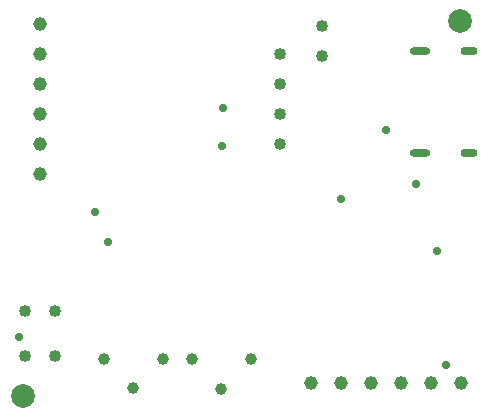
<source format=gbr>
%TF.GenerationSoftware,Altium Limited,Altium Designer,24.1.2 (44)*%
G04 Layer_Color=0*
%FSLAX45Y45*%
%MOMM*%
%TF.SameCoordinates,71BD61B0-E2BA-4D25-99D5-A55853EB5C97*%
%TF.FilePolarity,Positive*%
%TF.FileFunction,Plated,1,2,PTH,Drill*%
%TF.Part,Single*%
G01*
G75*
%TA.AperFunction,OtherDrill,Pad Free-2 (33.655mm,32.639mm)*%
%ADD74C,2.00000*%
%TA.AperFunction,OtherDrill,Pad Free-1 (70.612mm,64.389mm)*%
%ADD75C,2.00000*%
%TA.AperFunction,ComponentDrill*%
%ADD76C,1.00000*%
%ADD77C,1.02000*%
%ADD78C,1.02000*%
%ADD79C,1.15000*%
%ADD80C,1.15000*%
%ADD81O,1.45000X0.65000*%
%ADD82O,1.75000X0.65000*%
%TA.AperFunction,ViaDrill,NotFilled*%
%ADD83C,0.71120*%
D74*
X3365500Y3263900D02*
D03*
D75*
X7061200Y6438900D02*
D03*
D76*
X5291897Y3577402D02*
D03*
X5041900Y3327400D02*
D03*
X4791898Y3577402D02*
D03*
X4546600Y3581400D02*
D03*
X4296598Y3331398D02*
D03*
X4046596Y3581400D02*
D03*
D77*
X3378200Y3987800D02*
D03*
X3632200D02*
D03*
Y3606800D02*
D03*
X3378200D02*
D03*
X5537200Y5397500D02*
D03*
Y5651500D02*
D03*
Y5905500D02*
D03*
Y6159500D02*
D03*
D78*
X5896341Y6146800D02*
D03*
Y6400800D02*
D03*
D79*
X3505200Y6413500D02*
D03*
Y6159500D02*
D03*
Y5905500D02*
D03*
Y5651500D02*
D03*
Y5397500D02*
D03*
Y5143500D02*
D03*
D80*
X7073900Y3378200D02*
D03*
X6819900D02*
D03*
X6565900D02*
D03*
X6311900D02*
D03*
X6057900D02*
D03*
X5803900D02*
D03*
D81*
X7137400Y5321102D02*
D03*
Y6185098D02*
D03*
D82*
X6719402Y5321102D02*
D03*
Y6185098D02*
D03*
D83*
X6870700Y4495800D02*
D03*
X3327400Y3769360D02*
D03*
X5046980Y5384800D02*
D03*
X4080139Y4572899D02*
D03*
X6052820Y4937760D02*
D03*
X6436360Y5514340D02*
D03*
X6692900Y5062220D02*
D03*
X6946900Y3528558D02*
D03*
X3972560Y4823699D02*
D03*
X5054600Y5704840D02*
D03*
%TF.MD5,518d801ab02d50ab1116eea1aea2f01d*%
M02*

</source>
